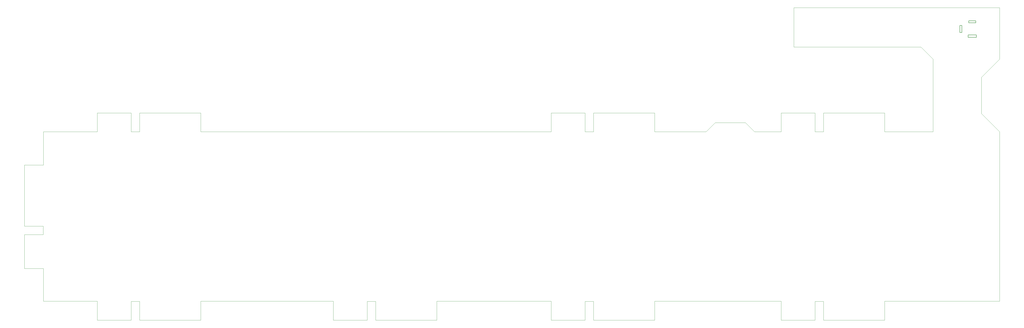
<source format=gko>
G75*
%MOIN*%
%OFA0B0*%
%FSLAX25Y25*%
%IPPOS*%
%LPD*%
%AMOC8*
5,1,8,0,0,1.08239X$1,22.5*
%
%ADD10C,0.00100*%
%ADD11C,0.00500*%
D10*
X0036650Y0036850D02*
X0036650Y0090850D01*
X0005400Y0090850D01*
X0005400Y0146850D01*
X0036400Y0146850D01*
X0036400Y0160850D01*
X0005400Y0160850D01*
X0005400Y0261850D01*
X0036650Y0261850D01*
X0036650Y0316850D01*
X0125650Y0316850D01*
X0125650Y0348130D01*
X0181650Y0348130D01*
X0181650Y0317105D01*
X0195650Y0317105D01*
X0195650Y0348130D01*
X0296650Y0348130D01*
X0296650Y0316850D01*
X0875650Y0316850D01*
X0875650Y0348130D01*
X0931650Y0348130D01*
X0931650Y0317105D01*
X0945650Y0317105D01*
X0945650Y0348130D01*
X1046650Y0348130D01*
X1046650Y0316850D01*
X1131650Y0316850D01*
X1146650Y0331850D01*
X1196650Y0331850D01*
X1211650Y0316850D01*
X1255650Y0316850D01*
X1255650Y0348130D01*
X1311650Y0348130D01*
X1311650Y0317105D01*
X1325650Y0317105D01*
X1325650Y0348130D01*
X1426650Y0348130D01*
X1426650Y0316850D01*
X1506650Y0316850D01*
X1506650Y0436850D01*
X1486650Y0456850D01*
X1276650Y0456850D01*
X1276650Y0521850D01*
X1616650Y0521850D01*
X1616650Y0436850D01*
X1586650Y0406850D01*
X1586650Y0346850D01*
X1616650Y0316850D01*
X1616650Y0036850D01*
X1426650Y0036850D01*
X1426650Y0005600D01*
X1325650Y0005600D01*
X1325650Y0036600D01*
X1311650Y0036600D01*
X1311650Y0005600D01*
X1255650Y0005600D01*
X1255650Y0036850D01*
X1046650Y0036850D01*
X1046650Y0005600D01*
X0945650Y0005600D01*
X0945650Y0036600D01*
X0931650Y0036600D01*
X0931650Y0005600D01*
X0875650Y0005600D01*
X0875650Y0036850D01*
X0686650Y0036850D01*
X0686650Y0005600D01*
X0585650Y0005600D01*
X0585650Y0036600D01*
X0571650Y0036600D01*
X0571650Y0005600D01*
X0515650Y0005600D01*
X0515650Y0036850D01*
X0296650Y0036850D01*
X0296650Y0005600D01*
X0195650Y0005600D01*
X0195650Y0036600D01*
X0181650Y0036600D01*
X0181650Y0005600D01*
X0125650Y0005600D01*
X0125650Y0036850D01*
X0036650Y0036850D01*
D11*
X1551178Y0480944D02*
X1551178Y0492756D01*
X1554327Y0492756D01*
X1554327Y0480944D01*
X1551178Y0480944D01*
X1564760Y0477007D02*
X1578540Y0477007D01*
X1578540Y0473070D01*
X1564760Y0473070D01*
X1564760Y0477007D01*
X1565744Y0497086D02*
X1565744Y0500236D01*
X1577556Y0500236D01*
X1577556Y0497086D01*
X1565744Y0497086D01*
M02*

</source>
